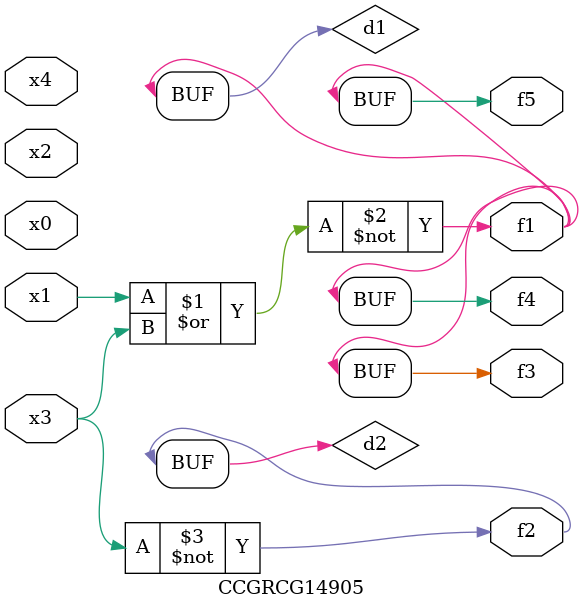
<source format=v>
module CCGRCG14905(
	input x0, x1, x2, x3, x4,
	output f1, f2, f3, f4, f5
);

	wire d1, d2;

	nor (d1, x1, x3);
	not (d2, x3);
	assign f1 = d1;
	assign f2 = d2;
	assign f3 = d1;
	assign f4 = d1;
	assign f5 = d1;
endmodule

</source>
